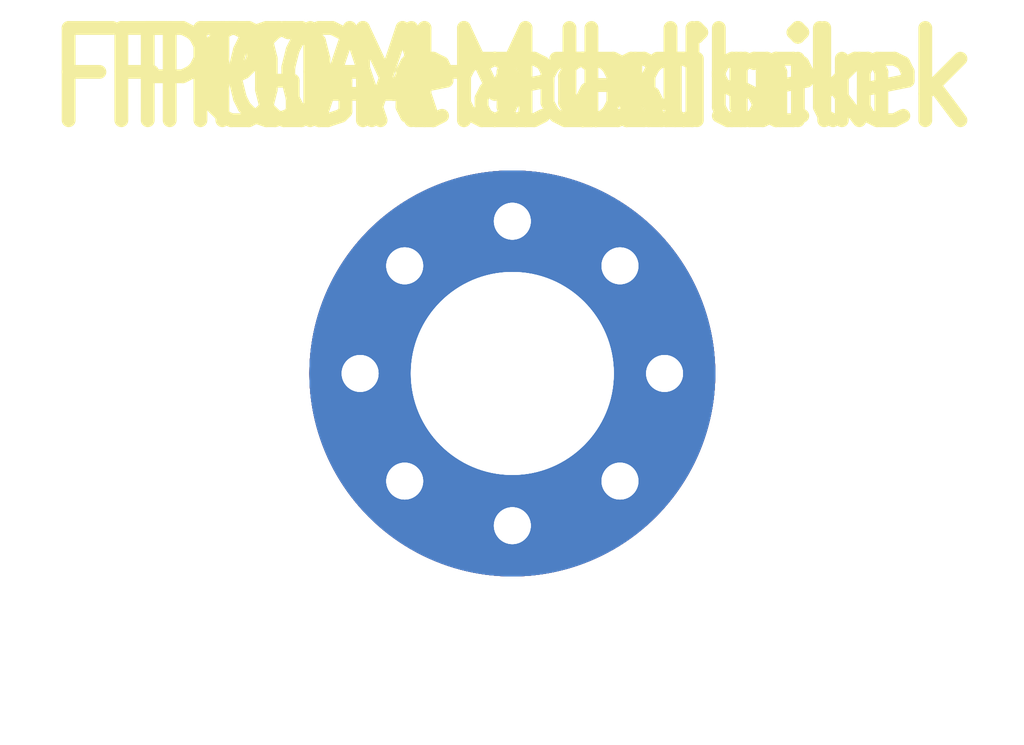
<source format=kicad_pcb>
(kicad_pcb (version 20240108) (generator "pcbnew") (generator_version "8.0")
  (layers (0 "F.Cu" signal) (31 "B.Cu" signal) (34 "B.Paste" user) (35 "F.Paste" user) (36 "B.SilkS" user "B.Silkscreen") (37 "F.SilkS" user "F.Silkscreen") (38 "B.Mask" user) (39 "F.Mask" user) (44 "Edge.Cuts" user))
  (net 0 "")
  (footprint "MountingHole:MountingHole_2.2mm_M2_Pad_Via" (layer "F.Cu") (at 122.966726 84.066726)
    (property "Reference" "FPGAModule" (at 0 -3.2 0) (layer "F.SilkS"))
    (property "Value" "FPGA Module")
    (pad "1" thru_hole circle (at -1.65 0) (size 0.7 0.7) (drill 0.4) (layers "*.Cu" "*.Mask"))
    (pad "1" thru_hole circle (at -1.166726 -1.166726) (size 0.7 0.7) (drill 0.4) (layers "*.Cu" "*.Mask"))
    (pad "1" thru_hole circle (at -1.166726 1.166726) (size 0.7 0.7) (drill 0.4) (layers "*.Cu" "*.Mask"))
    (pad "1" thru_hole circle (at 0 -1.65) (size 0.7 0.7) (drill 0.4) (layers "*.Cu" "*.Mask"))
    (pad "1" thru_hole circle (at 0 0) (size 4.4 4.4) (drill 2.2) (layers "*.Cu" "*.Mask"))
    (pad "1" thru_hole circle (at 0 1.65) (size 0.7 0.7) (drill 0.4) (layers "*.Cu" "*.Mask"))
    (pad "1" thru_hole circle (at 1.166726 -1.166726) (size 0.7 0.7) (drill 0.4) (layers "*.Cu" "*.Mask"))
    (pad "1" thru_hole circle (at 1.166726 1.166726) (size 0.7 0.7) (drill 0.4) (layers "*.Cu" "*.Mask"))
    (pad "1" thru_hole circle (at 1.65 0) (size 0.7 0.7) (drill 0.4) (layers "*.Cu" "*.Mask"))
  )
  (footprint "MountingHole:MountingHole_2.2mm_M2_Pad_Via" (layer "F.Cu") (at 122.966726 84.066726)
    (property "Reference" "IOHeatsink" (at 0 -3.2 0) (layer "F.SilkS"))
    (property "Value" "IO Heatsink")
    (pad "1" thru_hole circle (at -1.65 0) (size 0.7 0.7) (drill 0.4) (layers "*.Cu" "*.Mask"))
    (pad "1" thru_hole circle (at -1.166726 -1.166726) (size 0.7 0.7) (drill 0.4) (layers "*.Cu" "*.Mask"))
    (pad "1" thru_hole circle (at -1.166726 1.166726) (size 0.7 0.7) (drill 0.4) (layers "*.Cu" "*.Mask"))
    (pad "1" thru_hole circle (at 0 -1.65) (size 0.7 0.7) (drill 0.4) (layers "*.Cu" "*.Mask"))
    (pad "1" thru_hole circle (at 0 0) (size 4.4 4.4) (drill 2.2) (layers "*.Cu" "*.Mask"))
    (pad "1" thru_hole circle (at 0 1.65) (size 0.7 0.7) (drill 0.4) (layers "*.Cu" "*.Mask"))
    (pad "1" thru_hole circle (at 1.166726 -1.166726) (size 0.7 0.7) (drill 0.4) (layers "*.Cu" "*.Mask"))
    (pad "1" thru_hole circle (at 1.166726 1.166726) (size 0.7 0.7) (drill 0.4) (layers "*.Cu" "*.Mask"))
    (pad "1" thru_hole circle (at 1.65 0) (size 0.7 0.7) (drill 0.4) (layers "*.Cu" "*.Mask"))
  )
  (footprint "MountingHole:MountingHole_2.2mm_M2_Pad_Via" (layer "F.Cu") (at 122.966726 84.066726)
    (property "Reference" "IOModule" (at 0 -3.2 0) (layer "F.SilkS"))
    (property "Value" "IO Module")
    (pad "1" thru_hole circle (at -1.65 0) (size 0.7 0.7) (drill 0.4) (layers "*.Cu" "*.Mask"))
    (pad "1" thru_hole circle (at -1.166726 -1.166726) (size 0.7 0.7) (drill 0.4) (layers "*.Cu" "*.Mask"))
    (pad "1" thru_hole circle (at -1.166726 1.166726) (size 0.7 0.7) (drill 0.4) (layers "*.Cu" "*.Mask"))
    (pad "1" thru_hole circle (at 0 -1.65) (size 0.7 0.7) (drill 0.4) (layers "*.Cu" "*.Mask"))
    (pad "1" thru_hole circle (at 0 0) (size 4.4 4.4) (drill 2.2) (layers "*.Cu" "*.Mask"))
    (pad "1" thru_hole circle (at 0 1.65) (size 0.7 0.7) (drill 0.4) (layers "*.Cu" "*.Mask"))
    (pad "1" thru_hole circle (at 1.166726 -1.166726) (size 0.7 0.7) (drill 0.4) (layers "*.Cu" "*.Mask"))
    (pad "1" thru_hole circle (at 1.166726 1.166726) (size 0.7 0.7) (drill 0.4) (layers "*.Cu" "*.Mask"))
    (pad "1" thru_hole circle (at 1.65 0) (size 0.7 0.7) (drill 0.4) (layers "*.Cu" "*.Mask"))
  )
  (footprint "MountingHole:MountingHole_2.2mm_M2_Pad_Via" (layer "F.Cu") (at 122.966726 84.066726)
    (property "Reference" "FPGAHeatsink" (at 0 -3.2 0) (layer "F.SilkS"))
    (property "Value" "FPGA Heatsink")
    (pad "1" thru_hole circle (at -1.65 0) (size 0.7 0.7) (drill 0.4) (layers "*.Cu" "*.Mask"))
    (pad "1" thru_hole circle (at -1.166726 -1.166726) (size 0.7 0.7) (drill 0.4) (layers "*.Cu" "*.Mask"))
    (pad "1" thru_hole circle (at -1.166726 1.166726) (size 0.7 0.7) (drill 0.4) (layers "*.Cu" "*.Mask"))
    (pad "1" thru_hole circle (at 0 -1.65) (size 0.7 0.7) (drill 0.4) (layers "*.Cu" "*.Mask"))
    (pad "1" thru_hole circle (at 0 0) (size 4.4 4.4) (drill 2.2) (layers "*.Cu" "*.Mask"))
    (pad "1" thru_hole circle (at 0 1.65) (size 0.7 0.7) (drill 0.4) (layers "*.Cu" "*.Mask"))
    (pad "1" thru_hole circle (at 1.166726 -1.166726) (size 0.7 0.7) (drill 0.4) (layers "*.Cu" "*.Mask"))
    (pad "1" thru_hole circle (at 1.166726 1.166726) (size 0.7 0.7) (drill 0.4) (layers "*.Cu" "*.Mask"))
    (pad "1" thru_hole circle (at 1.65 0) (size 0.7 0.7) (drill 0.4) (layers "*.Cu" "*.Mask"))
  )
)
</source>
